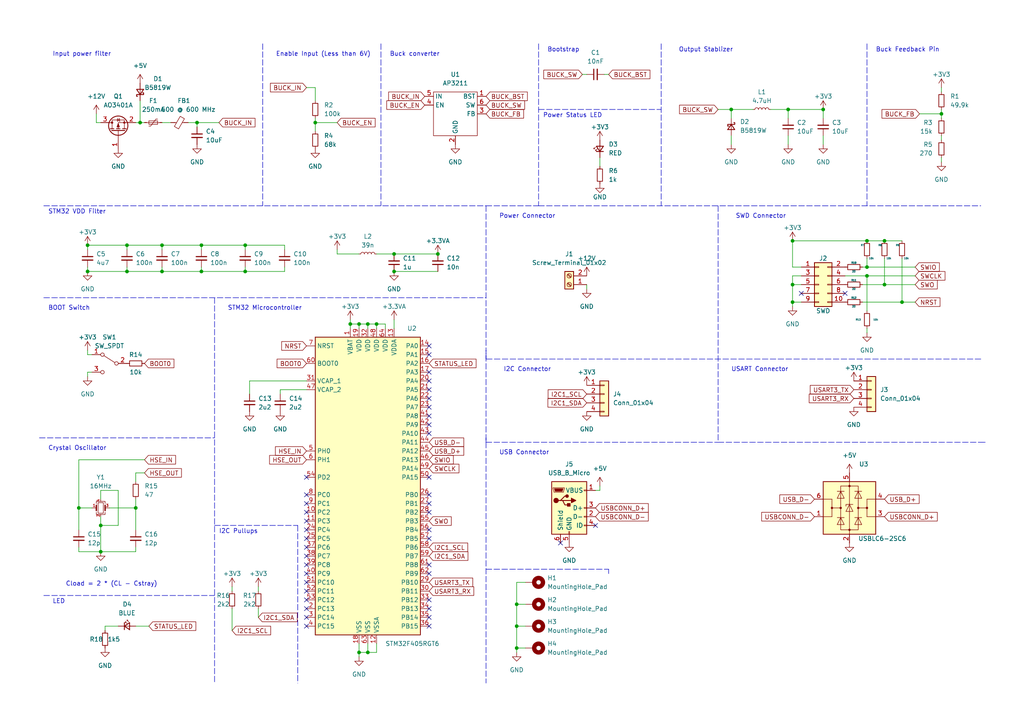
<source format=kicad_sch>
(kicad_sch (version 20211123) (generator eeschema)
  (paper "A4")
  (title_block (title "STM32F4 Test Board") (date "2022-12-23") (rev "1.0") (company "RB"))
  (lib_symbols
    (symbol "Connector:Screw_Terminal_01x02" (pin_names (offset 1.016) hide)
      (property "Reference" "J" (at 0 2.54 0))
      (property "Value" "Screw_Terminal_01x02" (at 0 -5.08 0))
      (symbol "Screw_Terminal_01x02_1_1"
        (pin passive line (at -5.08 0 0) (length 3.81) (name "Pin_1") (number "1"))
        (pin passive line (at -5.08 -2.54 0) (length 3.81) (name "Pin_2") (number "2"))
      )
    )
    (symbol "Connector:USB_B_Micro" (pin_names (offset 1.016))
      (property "Reference" "J" (at -5.08 11.43 0))
      (property "Value" "USB_B_Micro" (at -5.08 8.89 0))
      (symbol "USB_B_Micro_1_1"
        (pin power_out line (at 7.62 5.08 180) (length 2.54) (name "VBUS") (number "1"))
        (pin bidirectional line (at 7.62 -2.54 180) (length 2.54) (name "D-") (number "2"))
        (pin bidirectional line (at 7.62 0 180) (length 2.54) (name "D+") (number "3"))
        (pin passive line (at 7.62 -5.08 180) (length 2.54) (name "ID") (number "4"))
        (pin power_out line (at 0 -10.16 90) (length 2.54) (name "GND") (number "5"))
        (pin passive line (at -2.54 -10.16 90) (length 2.54) (name "Shield") (number "6"))
      )
    )
    (symbol "Connector_Generic:Conn_01x04" (pin_names (offset 1.016) hide)
      (property "Reference" "J" (at 0 5.08 0))
      (property "Value" "Conn_01x04" (at 0 -7.62 0))
      (symbol "Conn_01x04_1_1"
        (pin passive line (at -5.08 2.54 0) (length 3.81) (name "Pin_1") (number "1"))
        (pin passive line (at -5.08 0 0) (length 3.81) (name "Pin_2") (number "2"))
        (pin passive line (at -5.08 -2.54 0) (length 3.81) (name "Pin_3") (number "3"))
        (pin passive line (at -5.08 -5.08 0) (length 3.81) (name "Pin_4") (number "4"))
      )
    )
    (symbol "Connector_Generic:Conn_02x05_Odd_Even" (pin_names (offset 1.016) hide)
      (property "Reference" "J" (at 1.27 7.62 0))
      (property "Value" "Conn_02x05_Odd_Even" (at 1.27 -7.62 0))
      (symbol "Conn_02x05_Odd_Even_1_1"
        (pin passive line (at -5.08 5.08 0) (length 3.81) (name "Pin_1") (number "1"))
        (pin passive line (at 7.62 -5.08 180) (length 3.81) (name "Pin_10") (number "10"))
        (pin passive line (at 7.62 5.08 180) (length 3.81) (name "Pin_2") (number "2"))
        (pin passive line (at -5.08 2.54 0) (length 3.81) (name "Pin_3") (number "3"))
        (pin passive line (at 7.62 2.54 180) (length 3.81) (name "Pin_4") (number "4"))
        (pin passive line (at -5.08 0 0) (length 3.81) (name "Pin_5") (number "5"))
        (pin passive line (at 7.62 0 180) (length 3.81) (name "Pin_6") (number "6"))
        (pin passive line (at -5.08 -2.54 0) (length 3.81) (name "Pin_7") (number "7"))
        (pin passive line (at 7.62 -2.54 180) (length 3.81) (name "Pin_8") (number "8"))
        (pin passive line (at -5.08 -5.08 0) (length 3.81) (name "Pin_9") (number "9"))
      )
    )
    (symbol "Device:C_Small" (pin_numbers hide) (pin_names (offset 0.254) hide)
      (property "Reference" "C" (at 0.254 1.778 0))
      (property "Value" "C_Small" (at 0.254 -2.032 0))
      (symbol "C_Small_1_1"
        (pin passive line (at 0 2.54 270) (length 2.032) (name "~") (number "1"))
        (pin passive line (at 0 -2.54 90) (length 2.032) (name "~") (number "2"))
      )
    )
    (symbol "Device:Crystal_GND24_Small" (pin_names (offset 1.016) hide)
      (property "Reference" "Y" (at 1.27 4.445 0))
      (property "Value" "Crystal_GND24_Small" (at 1.27 2.54 0))
      (symbol "Crystal_GND24_Small_1_1"
        (pin passive line (at -2.54 0 0) (length 1.27) (name "1") (number "1"))
        (pin passive line (at 0 -2.54 90) (length 0.635) (name "2") (number "2"))
        (pin passive line (at 2.54 0 180) (length 1.27) (name "3") (number "3"))
        (pin passive line (at 0 2.54 270) (length 0.635) (name "4") (number "4"))
      )
    )
    (symbol "Device:D_Schottky_Small" (pin_numbers hide) (pin_names (offset 0.254) hide)
      (property "Reference" "D" (at -1.27 2.032 0))
      (property "Value" "D_Schottky_Small" (at -7.112 -2.032 0))
      (symbol "D_Schottky_Small_1_1"
        (pin passive line (at -2.54 0 0) (length 1.778) (name "K") (number "1"))
        (pin passive line (at 2.54 0 180) (length 1.778) (name "A") (number "2"))
      )
    )
    (symbol "Device:FerriteBead_Small" (pin_numbers hide) (pin_names (offset 0))
      (property "Reference" "FB" (at 1.905 1.27 0))
      (property "Value" "FerriteBead_Small" (at 1.905 -1.27 0))
      (symbol "FerriteBead_Small_1_1"
        (pin passive line (at 0 2.54 270) (length 1.27) (name "~") (number "1"))
        (pin passive line (at 0 -2.54 90) (length 1.27) (name "~") (number "2"))
      )
    )
    (symbol "Device:LED_Small" (pin_numbers hide) (pin_names (offset 0.254) hide)
      (property "Reference" "D" (at -1.27 3.175 0))
      (property "Value" "LED_Small" (at -4.445 -2.54 0))
      (symbol "LED_Small_1_1"
        (pin passive line (at -2.54 0 0) (length 1.778) (name "K") (number "1"))
        (pin passive line (at 2.54 0 180) (length 1.778) (name "A") (number "2"))
      )
    )
    (symbol "Device:L_Small" (pin_numbers hide) (pin_names (offset 0.254) hide)
      (property "Reference" "L" (at 0.762 1.016 0))
      (property "Value" "L_Small" (at 0.762 -1.016 0))
      (symbol "L_Small_1_1"
        (pin passive line (at 0 2.54 270) (length 0.508) (name "~") (number "1"))
        (pin passive line (at 0 -2.54 90) (length 0.508) (name "~") (number "2"))
      )
    )
    (symbol "Device:Polyfuse_Small" (pin_numbers hide) (pin_names (offset 0))
      (property "Reference" "F" (at -1.905 0 90))
      (property "Value" "Polyfuse_Small" (at 1.905 0 90))
      (symbol "Polyfuse_Small_1_1"
        (pin passive line (at 0 2.54 270) (length 0.635) (name "~") (number "1"))
        (pin passive line (at 0 -2.54 90) (length 0.635) (name "~") (number "2"))
      )
    )
    (symbol "Device:R_Small" (pin_numbers hide) (pin_names (offset 0.254) hide)
      (property "Reference" "R" (at 0.762 0.508 0))
      (property "Value" "R_Small" (at 0.762 -1.016 0))
      (symbol "R_Small_1_1"
        (pin passive line (at 0 2.54 270) (length 0.762) (name "~") (number "1"))
        (pin passive line (at 0 -2.54 90) (length 0.762) (name "~") (number "2"))
      )
    )
    (symbol "MCU_ST_STM32F4:STM32F405RGTx"
      (property "Reference" "U" (at -15.24 44.45 0))
      (property "Value" "STM32F405RGTx" (at 10.16 44.45 0))
      (symbol "STM32F405RGTx_1_1"
        (pin power_in line (at -5.08 45.72 270) (length 2.54) (name "VBAT") (number "1"))
        (pin bidirectional line (at -17.78 -7.62 0) (length 2.54) (name "PC2") (number "10"))
        (pin bidirectional line (at -17.78 -10.16 0) (length 2.54) (name "PC3") (number "11"))
        (pin power_in line (at 2.54 -45.72 90) (length 2.54) (name "VSSA") (number "12"))
        (pin power_in line (at 7.62 45.72 270) (length 2.54) (name "VDDA") (number "13"))
        (pin bidirectional line (at 17.78 40.64 180) (length 2.54) (name "PA0") (number "14"))
        (pin bidirectional line (at 17.78 38.1 180) (length 2.54) (name "PA1") (number "15"))
        (pin bidirectional line (at 17.78 35.56 180) (length 2.54) (name "PA2") (number "16"))
        (pin bidirectional line (at 17.78 33.02 180) (length 2.54) (name "PA3") (number "17"))
        (pin power_in line (at -2.54 -45.72 90) (length 2.54) (name "VSS") (number "18"))
        (pin power_in line (at -2.54 45.72 270) (length 2.54) (name "VDD") (number "19"))
        (pin bidirectional line (at -17.78 -35.56 0) (length 2.54) (name "PC13") (number "2"))
        (pin bidirectional line (at 17.78 30.48 180) (length 2.54) (name "PA4") (number "20"))
        (pin bidirectional line (at 17.78 27.94 180) (length 2.54) (name "PA5") (number "21"))
        (pin bidirectional line (at 17.78 25.4 180) (length 2.54) (name "PA6") (number "22"))
        (pin bidirectional line (at 17.78 22.86 180) (length 2.54) (name "PA7") (number "23"))
        (pin bidirectional line (at -17.78 -12.7 0) (length 2.54) (name "PC4") (number "24"))
        (pin bidirectional line (at -17.78 -15.24 0) (length 2.54) (name "PC5") (number "25"))
        (pin bidirectional line (at 17.78 -2.54 180) (length 2.54) (name "PB0") (number "26"))
        (pin bidirectional line (at 17.78 -5.08 180) (length 2.54) (name "PB1") (number "27"))
        (pin bidirectional line (at 17.78 -7.62 180) (length 2.54) (name "PB2") (number "28"))
        (pin bidirectional line (at 17.78 -27.94 180) (length 2.54) (name "PB10") (number "29"))
        (pin bidirectional line (at -17.78 -38.1 0) (length 2.54) (name "PC14") (number "3"))
        (pin bidirectional line (at 17.78 -30.48 180) (length 2.54) (name "PB11") (number "30"))
        (pin power_in line (at -17.78 30.48 0) (length 2.54) (name "VCAP_1") (number "31"))
        (pin power_in line (at 0 45.72 270) (length 2.54) (name "VDD") (number "32"))
        (pin bidirectional line (at 17.78 -33.02 180) (length 2.54) (name "PB12") (number "33"))
        (pin bidirectional line (at 17.78 -35.56 180) (length 2.54) (name "PB13") (number "34"))
        (pin bidirectional line (at 17.78 -38.1 180) (length 2.54) (name "PB14") (number "35"))
        (pin bidirectional line (at 17.78 -40.64 180) (length 2.54) (name "PB15") (number "36"))
        (pin bidirectional line (at -17.78 -17.78 0) (length 2.54) (name "PC6") (number "37"))
        (pin bidirectional line (at -17.78 -20.32 0) (length 2.54) (name "PC7") (number "38"))
        (pin bidirectional line (at -17.78 -22.86 0) (length 2.54) (name "PC8") (number "39"))
        (pin bidirectional line (at -17.78 -40.64 0) (length 2.54) (name "PC15") (number "4"))
        (pin bidirectional line (at -17.78 -25.4 0) (length 2.54) (name "PC9") (number "40"))
        (pin bidirectional line (at 17.78 20.32 180) (length 2.54) (name "PA8") (number "41"))
        (pin bidirectional line (at 17.78 17.78 180) (length 2.54) (name "PA9") (number "42"))
        (pin bidirectional line (at 17.78 15.24 180) (length 2.54) (name "PA10") (number "43"))
        (pin bidirectional line (at 17.78 12.7 180) (length 2.54) (name "PA11") (number "44"))
        (pin bidirectional line (at 17.78 10.16 180) (length 2.54) (name "PA12") (number "45"))
        (pin bidirectional line (at 17.78 7.62 180) (length 2.54) (name "PA13") (number "46"))
        (pin power_in line (at -17.78 27.94 0) (length 2.54) (name "VCAP_2") (number "47"))
        (pin power_in line (at 2.54 45.72 270) (length 2.54) (name "VDD") (number "48"))
        (pin bidirectional line (at 17.78 5.08 180) (length 2.54) (name "PA14") (number "49"))
        (pin input line (at -17.78 10.16 0) (length 2.54) (name "PH0") (number "5"))
        (pin bidirectional line (at 17.78 2.54 180) (length 2.54) (name "PA15") (number "50"))
        (pin bidirectional line (at -17.78 -27.94 0) (length 2.54) (name "PC10") (number "51"))
        (pin bidirectional line (at -17.78 -30.48 0) (length 2.54) (name "PC11") (number "52"))
        (pin bidirectional line (at -17.78 -33.02 0) (length 2.54) (name "PC12") (number "53"))
        (pin bidirectional line (at -17.78 2.54 0) (length 2.54) (name "PD2") (number "54"))
        (pin bidirectional line (at 17.78 -10.16 180) (length 2.54) (name "PB3") (number "55"))
        (pin bidirectional line (at 17.78 -12.7 180) (length 2.54) (name "PB4") (number "56"))
        (pin bidirectional line (at 17.78 -15.24 180) (length 2.54) (name "PB5") (number "57"))
        (pin bidirectional line (at 17.78 -17.78 180) (length 2.54) (name "PB6") (number "58"))
        (pin bidirectional line (at 17.78 -20.32 180) (length 2.54) (name "PB7") (number "59"))
        (pin input line (at -17.78 7.62 0) (length 2.54) (name "PH1") (number "6"))
        (pin input line (at -17.78 35.56 0) (length 2.54) (name "BOOT0") (number "60"))
        (pin bidirectional line (at 17.78 -22.86 180) (length 2.54) (name "PB8") (number "61"))
        (pin bidirectional line (at 17.78 -25.4 180) (length 2.54) (name "PB9") (number "62"))
        (pin power_in line (at 0 -45.72 90) (length 2.54) (name "VSS") (number "63"))
        (pin power_in line (at 5.08 45.72 270) (length 2.54) (name "VDD") (number "64"))
        (pin input line (at -17.78 40.64 0) (length 2.54) (name "NRST") (number "7"))
        (pin bidirectional line (at -17.78 -2.54 0) (length 2.54) (name "PC0") (number "8"))
        (pin bidirectional line (at -17.78 -5.08 0) (length 2.54) (name "PC1") (number "9"))
      )
    )
    (symbol "Mechanical:MountingHole_Pad" (pin_numbers hide) (pin_names (offset 1.016) hide)
      (property "Reference" "H" (at 0 6.35 0))
      (property "Value" "MountingHole_Pad" (at 0 4.445 0))
      (symbol "MountingHole_Pad_1_1"
        (pin input line (at 0 -2.54 90) (length 2.54) (name "1") (number "1"))
      )
    )
    (symbol "PhilsLibrary:MP2359DJ-LF-Z"
      (property "Reference" "U" (at 2.54 5.08 0))
      (property "Value" "MP2359DJ-LF-Z" (at 2.54 2.54 0))
      (symbol "MP2359DJ-LF-Z_1_1"
        (pin input line (at 11.43 -1.27 180) (length 2.54) (name "BST") (number "1"))
        (pin input line (at 2.54 -15.24 90) (length 2.54) (name "GND") (number "2"))
        (pin input line (at 11.43 -6.35 180) (length 2.54) (name "FB") (number "3"))
        (pin input line (at -6.35 -3.81 0) (length 2.54) (name "EN") (number "4"))
        (pin input line (at -6.35 -1.27 0) (length 2.54) (name "IN") (number "5"))
        (pin input line (at 11.43 -3.81 180) (length 2.54) (name "SW") (number "6"))
      )
    )
    (symbol "Power_Protection:USBLC6-2SC6" (pin_names hide)
      (property "Reference" "U" (at 2.54 8.89 0))
      (property "Value" "USBLC6-2SC6" (at 2.54 -8.89 0))
      (symbol "USBLC6-2SC6_1_1"
        (pin passive line (at -10.16 -2.54 0) (length 2.54) (name "I/O1") (number "1"))
        (pin passive line (at 0 -10.16 90) (length 2.54) (name "GND") (number "2"))
        (pin passive line (at 10.16 -2.54 180) (length 2.54) (name "I/O2") (number "3"))
        (pin passive line (at 10.16 2.54 180) (length 2.54) (name "I/O2") (number "4"))
        (pin passive line (at 0 10.16 270) (length 2.54) (name "VBUS") (number "5"))
        (pin passive line (at -10.16 2.54 0) (length 2.54) (name "I/O1") (number "6"))
      )
    )
    (symbol "Switch:SW_SPDT" (pin_names (offset 0) hide)
      (property "Reference" "SW" (at 0 4.318 0))
      (property "Value" "SW_SPDT" (at 0 -5.08 0))
      (symbol "SW_SPDT_1_1"
        (pin passive line (at 5.08 2.54 180) (length 2.54) (name "A") (number "1"))
        (pin passive line (at -5.08 0 0) (length 2.54) (name "B") (number "2"))
        (pin passive line (at 5.08 -2.54 180) (length 2.54) (name "C") (number "3"))
      )
    )
    (symbol "Transistor_FET:AO3401A" (pin_names hide)
      (property "Reference" "Q" (at 5.08 1.905 0))
      (property "Value" "AO3401A" (at 5.08 0 0))
      (symbol "AO3401A_1_1"
        (pin input line (at -5.08 0 0) (length 2.54) (name "G") (number "1"))
        (pin passive line (at 2.54 -5.08 90) (length 2.54) (name "S") (number "2"))
        (pin passive line (at 2.54 5.08 270) (length 2.54) (name "D") (number "3"))
      )
    )
    (symbol "power:+12V" (power) (pin_names (offset 0))
      (property "Value" "+12V" (at 0 3.556 0))
      (symbol "+12V_1_1"
        (pin power_in line (at 0 0 90) (length 0) hide (name "+12V") (number "1"))
      )
    )
    (symbol "power:+3.3VA" (power) (pin_names (offset 0))
      (property "Value" "+3.3VA" (at 0 3.556 0))
      (symbol "+3.3VA_1_1"
        (pin power_in line (at 0 0 90) (length 0) hide (name "+3.3VA") (number "1"))
      )
    )
    (symbol "power:+3V3" (power) (pin_names (offset 0))
      (property "Value" "+3V3" (at 0 3.556 0))
      (symbol "+3V3_1_1"
        (pin power_in line (at 0 0 90) (length 0) hide (name "+3V3") (number "1"))
      )
    )
    (symbol "power:+5V" (power) (pin_names (offset 0))
      (property "Value" "+5V" (at 0 3.556 0))
      (symbol "+5V_1_1"
        (pin power_in line (at 0 0 90) (length 0) hide (name "+5V") (number "1"))
      )
    )
    (symbol "power:GND" (power) (pin_names (offset 0))
      (property "Value" "GND" (at 0 -3.81 0))
      (symbol "GND_1_1"
        (pin power_in line (at 0 0 270) (length 0) hide (name "GND") (number "1"))
      )
    )
  )
  (junction (at 229.87 82.55))
  (junction (at 36.83 71.12))
  (junction (at 106.68 189.23))
  (junction (at 58.42 78.74))
  (junction (at 149.86 187.96))
  (junction (at 256.54 69.85))
  (junction (at 91.44 35.56))
  (junction (at 46.99 71.12))
  (junction (at 149.86 181.61))
  (junction (at 251.46 69.85))
  (junction (at 101.6 93.98))
  (junction (at 149.86 175.26))
  (junction (at 114.3 78.74))
  (junction (at 22.86 147.32))
  (junction (at 212.09 31.75))
  (junction (at 228.6 31.75))
  (junction (at 229.87 69.85))
  (junction (at 229.87 87.63))
  (junction (at 25.4 71.12))
  (junction (at 40.64 35.56))
  (junction (at 29.21 152.4))
  (junction (at 39.37 147.32))
  (junction (at 25.4 78.74))
  (junction (at 238.76 31.75))
  (junction (at 109.22 93.98))
  (junction (at 58.42 71.12))
  (junction (at 71.12 78.74))
  (junction (at 57.15 35.56))
  (junction (at 104.14 189.23))
  (junction (at 273.05 33.02))
  (junction (at 251.46 77.47))
  (junction (at 251.46 80.01))
  (junction (at 127 73.66))
  (junction (at 256.54 82.55))
  (junction (at 46.99 78.74))
  (junction (at 29.21 160.02))
  (junction (at 114.3 73.66))
  (junction (at 261.62 87.63))
  (junction (at 104.14 93.98))
  (junction (at 71.12 71.12))
  (junction (at 106.68 93.98))
  (junction (at 36.83 78.74))
  (no_connect (at 88.9 163.83))
  (no_connect (at 124.46 118.11))
  (no_connect (at 232.41 85.09))
  (no_connect (at 172.72 152.4))
  (no_connect (at 88.9 156.21))
  (no_connect (at 88.9 143.51))
  (no_connect (at 88.9 181.61))
  (no_connect (at 88.9 158.75))
  (no_connect (at 88.9 168.91))
  (no_connect (at 88.9 176.53))
  (no_connect (at 124.46 100.33))
  (no_connect (at 88.9 151.13))
  (no_connect (at 88.9 166.37))
  (no_connect (at 124.46 138.43))
  (no_connect (at 124.46 107.95))
  (no_connect (at 124.46 120.65))
  (no_connect (at 88.9 153.67))
  (no_connect (at 124.46 102.87))
  (no_connect (at 124.46 123.19))
  (no_connect (at 88.9 171.45))
  (no_connect (at 245.11 85.09))
  (no_connect (at 124.46 110.49))
  (no_connect (at 88.9 173.99))
  (no_connect (at 88.9 148.59))
  (no_connect (at 88.9 161.29))
  (no_connect (at 88.9 179.07))
  (no_connect (at 88.9 146.05))
  (no_connect (at 124.46 115.57))
  (no_connect (at 124.46 181.61))
  (no_connect (at 124.46 176.53))
  (no_connect (at 124.46 173.99))
  (no_connect (at 124.46 179.07))
  (no_connect (at 124.46 163.83))
  (no_connect (at 124.46 156.21))
  (no_connect (at 124.46 148.59))
  (no_connect (at 88.9 138.43))
  (no_connect (at 124.46 166.37))
  (no_connect (at 124.46 153.67))
  (no_connect (at 124.46 146.05))
  (no_connect (at 124.46 143.51))
  (no_connect (at 162.56 157.48))
  (no_connect (at 124.46 125.73))
  (no_connect (at 124.46 113.03))
  (wire (pts (xy 71.12 77.47) (xy 71.12 78.74)))
  (wire (pts (xy 256.54 74.93) (xy 256.54 82.55)))
  (polyline (pts (xy 140.97 59.69) (xy 140.97 198.12)))
  (polyline (pts (xy 11.43 127) (xy 62.23 127)))
  (wire (pts (xy 109.22 186.69) (xy 109.22 189.23)))
  (polyline (pts (xy 156.21 12.7) (xy 156.21 59.69)))
  (wire (pts (xy 261.62 74.93) (xy 261.62 87.63)))
  (polyline (pts (xy 176.53 165.1) (xy 176.53 166.37)))
  (wire (pts (xy 58.42 77.47) (xy 58.42 78.74)))
  (polyline (pts (xy 76.2 12.7) (xy 76.2 59.69)))
  (polyline (pts (xy 208.28 59.69) (xy 208.28 128.27)))
  (wire (pts (xy 31.75 147.32) (xy 39.37 147.32)))
  (polyline (pts (xy 156.21 31.75) (xy 191.77 31.75)))
  (wire (pts (xy 39.37 137.16) (xy 41.91 137.16)))
  (wire (pts (xy 208.28 31.75) (xy 212.09 31.75)))
  (wire (pts (xy 46.99 78.74) (xy 58.42 78.74)))
  (wire (pts (xy 30.48 181.61) (xy 34.29 181.61)))
  (wire (pts (xy 212.09 31.75) (xy 218.44 31.75)))
  (wire (pts (xy 256.54 69.85) (xy 261.62 69.85)))
  (wire (pts (xy 172.72 142.24) (xy 173.99 142.24)))
  (wire (pts (xy 273.05 33.02) (xy 273.05 34.29)))
  (wire (pts (xy 71.12 78.74) (xy 82.55 78.74)))
  (wire (pts (xy 149.86 181.61) (xy 149.86 187.96)))
  (wire (pts (xy 228.6 31.75) (xy 238.76 31.75)))
  (wire (pts (xy 72.39 114.3) (xy 72.39 110.49)))
  (wire (pts (xy 273.05 31.75) (xy 273.05 33.02)))
  (wire (pts (xy 273.05 45.72) (xy 273.05 46.99)))
  (polyline (pts (xy 86.36 152.4) (xy 86.36 198.12)))
  (wire (pts (xy 36.83 71.12) (xy 46.99 71.12)))
  (wire (pts (xy 106.68 93.98) (xy 109.22 93.98)))
  (wire (pts (xy 261.62 87.63) (xy 265.43 87.63)))
  (wire (pts (xy 27.94 33.02) (xy 27.94 35.56)))
  (wire (pts (xy 25.4 78.74) (xy 36.83 78.74)))
  (wire (pts (xy 111.76 95.25) (xy 111.76 93.98)))
  (wire (pts (xy 82.55 71.12) (xy 82.55 72.39)))
  (wire (pts (xy 22.86 133.35) (xy 41.91 133.35)))
  (wire (pts (xy 58.42 78.74) (xy 71.12 78.74)))
  (wire (pts (xy 22.86 158.75) (xy 22.86 160.02)))
  (wire (pts (xy 29.21 142.24) (xy 34.29 142.24)))
  (wire (pts (xy 71.12 71.12) (xy 82.55 71.12)))
  (wire (pts (xy 232.41 87.63) (xy 229.87 87.63)))
  (wire (pts (xy 40.64 29.21) (xy 40.64 35.56)))
  (wire (pts (xy 82.55 78.74) (xy 82.55 77.47)))
  (wire (pts (xy 54.61 35.56) (xy 57.15 35.56)))
  (wire (pts (xy 39.37 35.56) (xy 40.64 35.56)))
  (polyline (pts (xy 140.97 104.14) (xy 140.97 101.6)))
  (polyline (pts (xy 62.23 86.36) (xy 62.23 198.12)))
  (wire (pts (xy 232.41 77.47) (xy 229.87 77.47)))
  (wire (pts (xy 250.19 87.63) (xy 261.62 87.63)))
  (polyline (pts (xy 284.48 104.14) (xy 140.97 104.14)))
  (wire (pts (xy 106.68 95.25) (xy 106.68 93.98)))
  (wire (pts (xy 81.28 113.03) (xy 88.9 113.03)))
  (wire (pts (xy 104.14 93.98) (xy 106.68 93.98)))
  (wire (pts (xy 72.39 110.49) (xy 88.9 110.49)))
  (wire (pts (xy 114.3 73.66) (xy 127 73.66)))
  (wire (pts (xy 114.3 92.71) (xy 114.3 95.25)))
  (wire (pts (xy 109.22 189.23) (xy 106.68 189.23)))
  (wire (pts (xy 109.22 93.98) (xy 111.76 93.98)))
  (wire (pts (xy 273.05 33.02) (xy 266.7 33.02)))
  (wire (pts (xy 25.4 102.87) (xy 25.4 101.6)))
  (wire (pts (xy 170.18 82.55) (xy 170.18 83.82)))
  (wire (pts (xy 46.99 77.47) (xy 46.99 78.74)))
  (wire (pts (xy 152.4 181.61) (xy 149.86 181.61)))
  (wire (pts (xy 71.12 71.12) (xy 71.12 72.39)))
  (wire (pts (xy 229.87 82.55) (xy 229.87 87.63)))
  (polyline (pts (xy 208.28 128.27) (xy 285.75 128.27)))
  (polyline (pts (xy 284.48 128.27) (xy 285.75 128.27)))
  (wire (pts (xy 39.37 139.7) (xy 39.37 137.16)))
  (polyline (pts (xy 12.7 59.69) (xy 140.97 59.69)))
  (wire (pts (xy 251.46 95.25) (xy 251.46 96.52)))
  (wire (pts (xy 81.28 114.3) (xy 81.28 113.03)))
  (polyline (pts (xy 140.97 128.27) (xy 208.28 128.27)))
  (wire (pts (xy 39.37 147.32) (xy 39.37 153.67)))
  (wire (pts (xy 22.86 147.32) (xy 22.86 133.35)))
  (wire (pts (xy 22.86 160.02) (xy 29.21 160.02)))
  (wire (pts (xy 228.6 39.37) (xy 228.6 41.91)))
  (wire (pts (xy 228.6 31.75) (xy 228.6 34.29)))
  (wire (pts (xy 97.79 72.39) (xy 97.79 73.66)))
  (wire (pts (xy 58.42 71.12) (xy 58.42 72.39)))
  (wire (pts (xy 26.67 102.87) (xy 25.4 102.87)))
  (wire (pts (xy 232.41 80.01) (xy 229.87 80.01)))
  (wire (pts (xy 29.21 149.86) (xy 29.21 152.4)))
  (wire (pts (xy 106.68 186.69) (xy 106.68 189.23)))
  (wire (pts (xy 25.4 71.12) (xy 25.4 72.39)))
  (wire (pts (xy 39.37 181.61) (xy 43.18 181.61)))
  (wire (pts (xy 251.46 74.93) (xy 251.46 77.47)))
  (wire (pts (xy 57.15 35.56) (xy 63.5 35.56)))
  (polyline (pts (xy 140.97 59.69) (xy 156.21 59.69)))
  (wire (pts (xy 273.05 39.37) (xy 273.05 40.64)))
  (wire (pts (xy 104.14 93.98) (xy 101.6 93.98)))
  (wire (pts (xy 251.46 80.01) (xy 265.43 80.01)))
  (wire (pts (xy 256.54 82.55) (xy 265.43 82.55)))
  (wire (pts (xy 149.86 175.26) (xy 149.86 181.61)))
  (wire (pts (xy 168.91 21.59) (xy 170.18 21.59)))
  (wire (pts (xy 251.46 77.47) (xy 265.43 77.47)))
  (wire (pts (xy 39.37 160.02) (xy 29.21 160.02)))
  (wire (pts (xy 91.44 25.4) (xy 91.44 29.21)))
  (wire (pts (xy 250.19 77.47) (xy 251.46 77.47)))
  (wire (pts (xy 104.14 186.69) (xy 104.14 189.23)))
  (wire (pts (xy 109.22 95.25) (xy 109.22 93.98)))
  (wire (pts (xy 104.14 189.23) (xy 104.14 190.5)))
  (wire (pts (xy 149.86 187.96) (xy 149.86 189.23)))
  (wire (pts (xy 25.4 77.47) (xy 25.4 78.74)))
  (wire (pts (xy 238.76 39.37) (xy 238.76 41.91)))
  (polyline (pts (xy 110.49 12.7) (xy 110.49 59.69)))
  (polyline (pts (xy 62.23 152.4) (xy 86.36 152.4)))
  (wire (pts (xy 67.31 170.18) (xy 67.31 171.45)))
  (wire (pts (xy 212.09 39.37) (xy 212.09 41.91)))
  (wire (pts (xy 273.05 25.4) (xy 273.05 26.67)))
  (wire (pts (xy 104.14 95.25) (xy 104.14 93.98)))
  (wire (pts (xy 229.87 69.85) (xy 251.46 69.85)))
  (wire (pts (xy 223.52 31.75) (xy 228.6 31.75)))
  (polyline (pts (xy 140.97 165.1) (xy 176.53 165.1)))
  (wire (pts (xy 25.4 107.95) (xy 25.4 109.22)))
  (wire (pts (xy 74.93 176.53) (xy 74.93 179.07)))
  (wire (pts (xy 40.64 35.56) (xy 41.91 35.56)))
  (wire (pts (xy 26.67 107.95) (xy 25.4 107.95)))
  (wire (pts (xy 46.99 71.12) (xy 46.99 72.39)))
  (wire (pts (xy 109.22 73.66) (xy 114.3 73.66)))
  (wire (pts (xy 25.4 71.12) (xy 36.83 71.12)))
  (wire (pts (xy 173.99 142.24) (xy 173.99 140.97)))
  (wire (pts (xy 97.79 73.66) (xy 104.14 73.66)))
  (wire (pts (xy 245.11 80.01) (xy 251.46 80.01)))
  (wire (pts (xy 149.86 168.91) (xy 152.4 168.91)))
  (wire (pts (xy 88.9 25.4) (xy 91.44 25.4)))
  (wire (pts (xy 29.21 152.4) (xy 34.29 152.4)))
  (wire (pts (xy 101.6 93.98) (xy 101.6 95.25)))
  (wire (pts (xy 22.86 147.32) (xy 22.86 153.67)))
  (wire (pts (xy 251.46 69.85) (xy 256.54 69.85)))
  (wire (pts (xy 67.31 176.53) (xy 67.31 182.88)))
  (wire (pts (xy 250.19 82.55) (xy 256.54 82.55)))
  (wire (pts (xy 175.26 21.59) (xy 176.53 21.59)))
  (wire (pts (xy 106.68 189.23) (xy 104.14 189.23)))
  (wire (pts (xy 46.99 71.12) (xy 58.42 71.12)))
  (wire (pts (xy 238.76 31.75) (xy 238.76 34.29)))
  (wire (pts (xy 39.37 158.75) (xy 39.37 160.02)))
  (wire (pts (xy 29.21 152.4) (xy 29.21 160.02)))
  (wire (pts (xy 101.6 92.71) (xy 101.6 93.98)))
  (wire (pts (xy 149.86 187.96) (xy 152.4 187.96)))
  (wire (pts (xy 34.29 142.24) (xy 34.29 152.4)))
  (wire (pts (xy 91.44 34.29) (xy 91.44 35.56)))
  (wire (pts (xy 58.42 71.12) (xy 71.12 71.12)))
  (wire (pts (xy 36.83 77.47) (xy 36.83 78.74)))
  (wire (pts (xy 212.09 31.75) (xy 212.09 34.29)))
  (wire (pts (xy 229.87 69.85) (xy 229.87 77.47)))
  (wire (pts (xy 91.44 35.56) (xy 97.79 35.56)))
  (polyline (pts (xy 191.77 12.7) (xy 191.77 59.69)))
  (wire (pts (xy 36.83 71.12) (xy 36.83 72.39)))
  (wire (pts (xy 173.99 45.72) (xy 173.99 48.26)))
  (wire (pts (xy 149.86 175.26) (xy 152.4 175.26)))
  (wire (pts (xy 39.37 147.32) (xy 39.37 144.78)))
  (wire (pts (xy 114.3 78.74) (xy 127 78.74)))
  (wire (pts (xy 229.87 87.63) (xy 229.87 88.9)))
  (wire (pts (xy 29.21 144.78) (xy 29.21 142.24)))
  (wire (pts (xy 251.46 80.01) (xy 251.46 90.17)))
  (wire (pts (xy 232.41 82.55) (xy 229.87 82.55)))
  (wire (pts (xy 26.67 147.32) (xy 22.86 147.32)))
  (wire (pts (xy 149.86 175.26) (xy 149.86 168.91)))
  (wire (pts (xy 30.48 181.61) (xy 30.48 182.88)))
  (polyline (pts (xy 156.21 59.69) (xy 284.48 59.69)))
  (wire (pts (xy 36.83 78.74) (xy 46.99 78.74)))
  (polyline (pts (xy 12.7 172.72) (xy 62.23 172.72)))
  (wire (pts (xy 57.15 35.56) (xy 57.15 36.83)))
  (wire (pts (xy 27.94 35.56) (xy 29.21 35.56)))
  (polyline (pts (xy 12.7 86.36) (xy 140.97 86.36)))
  (wire (pts (xy 91.44 35.56) (xy 91.44 38.1)))
  (polyline (pts (xy 251.46 12.7) (xy 251.46 59.69)))
  (wire (pts (xy 46.99 35.56) (xy 49.53 35.56)))
  (wire (pts (xy 229.87 80.01) (xy 229.87 82.55)))
  (wire (pts (xy 74.93 170.18) (xy 74.93 171.45)))
  (polyline (pts (xy 140.97 128.27) (xy 140.97 127)))
  (text "STM32 VDD Filter" (at 13.97 62.23 0) (effects (font (size 1.27 1.27)) (justify left bottom)))
  (text "Cload = 2 * (CL - Cstray)" (at 19.05 170.18 0) (effects (font (size 1.27 1.27)) (justify left bottom)))
  (text "I2C Pullups" (at 63.5 154.94 0) (effects (font (size 1.27 1.27)) (justify left bottom)))
  (text "STM32 Microcontroller" (at 66.04 90.17 0) (effects (font (size 1.27 1.27)) (justify left bottom)))
  (text "Input power filter" (at 15.24 16.51 0) (effects (font (size 1.27 1.27)) (justify left bottom)))
  (text "USART Connector" (at 212.09 107.95 0) (effects (font (size 1.27 1.27)) (justify left bottom)))
  (text "I2C Connector" (at 146.05 107.95 0) (effects (font (size 1.27 1.27)) (justify left bottom)))
  (text "Crystal Oscillator" (at 13.97 130.81 0) (effects (font (size 1.27 1.27)) (justify left bottom)))
  (text "SWD Connector" (at 213.36 63.5 0) (effects (font (size 1.27 1.27)) (justify left bottom)))
  (text "Buck Feedback Pin" (at 254 15.24 0) (effects (font (size 1.27 1.27)) (justify left bottom)))
  (text "Buck converter" (at 113.03 16.51 0) (effects (font (size 1.27 1.27)) (justify left bottom)))
  (text "Power Status LED" (at 157.48 34.29 0) (effects (font (size 1.27 1.27)) (justify left bottom)))
  (text "Output Stablizer" (at 196.85 15.24 0) (effects (font (size 1.27 1.27)) (justify left bottom)))
  (text "Bootstrap" (at 158.75 15.24 0) (effects (font (size 1.27 1.27)) (justify left bottom)))
  (text "LED" (at 15.24 175.26 0) (effects (font (size 1.27 1.27)) (justify left bottom)))
  (text "Enable Input (Less than 6V)" (at 80.01 16.51 0) (effects (font (size 1.27 1.27)) (justify left bottom)))
  (text "USB Connector" (at 144.78 132.08 0) (effects (font (size 1.27 1.27)) (justify left bottom)))
  (text "Power Connector" (at 144.78 63.5 0) (effects (font (size 1.27 1.27)) (justify left bottom)))
  (text "BOOT Switch" (at 13.97 90.17 0) (effects (font (size 1.27 1.27)) (justify left bottom)))
  (global_label "I2C1_SCL" (shape input) (at 67.31 182.88 0) (property "Intersheet References" "${INTERSHEET_REFS}" (effects hide)))
  (global_label "SWIO" (shape input) (at 124.46 133.35 0) (property "Intersheet References" "${INTERSHEET_REFS}" (effects hide)))
  (global_label "USBCONN_D-" (shape input) (at 236.22 149.86 180) (property "Intersheet References" "${INTERSHEET_REFS}" (effects hide)))
  (global_label "BUCK_IN" (shape input) (at 63.5 35.56 0) (property "Intersheet References" "${INTERSHEET_REFS}" (effects hide)))
  (global_label "USB_D-" (shape input) (at 236.22 144.78 180) (property "Intersheet References" "${INTERSHEET_REFS}" (effects hide)))
  (global_label "BUCK_BST" (shape input) (at 176.53 21.59 0) (property "Intersheet References" "${INTERSHEET_REFS}" (effects hide)))
  (global_label "BUCK_SW" (shape input) (at 208.28 31.75 180) (property "Intersheet References" "${INTERSHEET_REFS}" (effects hide)))
  (global_label "USBCONN_D+" (shape input) (at 256.54 149.86 0) (property "Intersheet References" "${INTERSHEET_REFS}" (effects hide)))
  (global_label "HSE_IN" (shape input) (at 88.9 130.81 180) (property "Intersheet References" "${INTERSHEET_REFS}" (effects hide)))
  (global_label "USART3_RX" (shape input) (at 247.65 115.57 180) (property "Intersheet References" "${INTERSHEET_REFS}" (effects hide)))
  (global_label "USBCONN_D-" (shape input) (at 172.72 149.86 0) (property "Intersheet References" "${INTERSHEET_REFS}" (effects hide)))
  (global_label "BUCK_EN" (shape input) (at 123.19 30.48 180) (property "Intersheet References" "${INTERSHEET_REFS}" (effects hide)))
  (global_label "HSE_OUT" (shape input) (at 41.91 137.16 0) (property "Intersheet References" "${INTERSHEET_REFS}" (effects hide)))
  (global_label "STATUS_LED" (shape input) (at 124.46 105.41 0) (property "Intersheet References" "${INTERSHEET_REFS}" (effects hide)))
  (global_label "HSE_OUT" (shape input) (at 88.9 133.35 180) (property "Intersheet References" "${INTERSHEET_REFS}" (effects hide)))
  (global_label "STATUS_LED" (shape input) (at 43.18 181.61 0) (property "Intersheet References" "${INTERSHEET_REFS}" (effects hide)))
  (global_label "BOOT0" (shape input) (at 41.91 105.41 0) (property "Intersheet References" "${INTERSHEET_REFS}" (effects hide)))
  (global_label "BUCK_IN" (shape input) (at 123.19 27.94 180) (property "Intersheet References" "${INTERSHEET_REFS}" (effects hide)))
  (global_label "SWCLK" (shape input) (at 265.43 80.01 0) (property "Intersheet References" "${INTERSHEET_REFS}" (effects hide)))
  (global_label "BUCK_BST" (shape input) (at 140.97 27.94 0) (property "Intersheet References" "${INTERSHEET_REFS}" (effects hide)))
  (global_label "USB_D+" (shape input) (at 256.54 144.78 0) (property "Intersheet References" "${INTERSHEET_REFS}" (effects hide)))
  (global_label "SWIO" (shape input) (at 265.43 77.47 0) (property "Intersheet References" "${INTERSHEET_REFS}" (effects hide)))
  (global_label "HSE_IN" (shape input) (at 41.91 133.35 0) (property "Intersheet References" "${INTERSHEET_REFS}" (effects hide)))
  (global_label "I2C1_SCL" (shape input) (at 170.18 114.3 180) (property "Intersheet References" "${INTERSHEET_REFS}" (effects hide)))
  (global_label "USART3_TX" (shape input) (at 247.65 113.03 180) (property "Intersheet References" "${INTERSHEET_REFS}" (effects hide)))
  (global_label "USB_D-" (shape input) (at 124.46 128.27 0) (property "Intersheet References" "${INTERSHEET_REFS}" (effects hide)))
  (global_label "BUCK_FB" (shape input) (at 140.97 33.02 0) (property "Intersheet References" "${INTERSHEET_REFS}" (effects hide)))
  (global_label "BUCK_IN" (shape input) (at 88.9 25.4 180) (property "Intersheet References" "${INTERSHEET_REFS}" (effects hide)))
  (global_label "SWCLK" (shape input) (at 124.46 135.89 0) (property "Intersheet References" "${INTERSHEET_REFS}" (effects hide)))
  (global_label "BUCK_FB" (shape input) (at 266.7 33.02 180) (property "Intersheet References" "${INTERSHEET_REFS}" (effects hide)))
  (global_label "USART3_RX" (shape input) (at 124.46 171.45 0) (property "Intersheet References" "${INTERSHEET_REFS}" (effects hide)))
  (global_label "SWO" (shape input) (at 124.46 151.13 0) (property "Intersheet References" "${INTERSHEET_REFS}" (effects hide)))
  (global_label "BOOT0" (shape input) (at 88.9 105.41 180) (property "Intersheet References" "${INTERSHEET_REFS}" (effects hide)))
  (global_label "USBCONN_D+" (shape input) (at 172.72 147.32 0) (property "Intersheet References" "${INTERSHEET_REFS}" (effects hide)))
  (global_label "I2C1_SDA" (shape input) (at 124.46 161.29 0) (property "Intersheet References" "${INTERSHEET_REFS}" (effects hide)))
  (global_label "USB_D+" (shape input) (at 124.46 130.81 0) (property "Intersheet References" "${INTERSHEET_REFS}" (effects hide)))
  (global_label "I2C1_SDA" (shape input) (at 74.93 179.07 0) (property "Intersheet References" "${INTERSHEET_REFS}" (effects hide)))
  (global_label "NRST" (shape input) (at 265.43 87.63 0) (property "Intersheet References" "${INTERSHEET_REFS}" (effects hide)))
  (global_label "BUCK_SW" (shape input) (at 140.97 30.48 0) (property "Intersheet References" "${INTERSHEET_REFS}" (effects hide)))
  (global_label "I2C1_SDA" (shape input) (at 170.18 116.84 180) (property "Intersheet References" "${INTERSHEET_REFS}" (effects hide)))
  (global_label "I2C1_SCL" (shape input) (at 124.46 158.75 0) (property "Intersheet References" "${INTERSHEET_REFS}" (effects hide)))
  (global_label "NRST" (shape input) (at 88.9 100.33 180) (property "Intersheet References" "${INTERSHEET_REFS}" (effects hide)))
  (global_label "BUCK_SW" (shape input) (at 168.91 21.59 180) (property "Intersheet References" "${INTERSHEET_REFS}" (effects hide)))
  (global_label "BUCK_EN" (shape input) (at 97.79 35.56 0) (property "Intersheet References" "${INTERSHEET_REFS}" (effects hide)))
  (global_label "SWO" (shape input) (at 265.43 82.55 0) (property "Intersheet References" "${INTERSHEET_REFS}" (effects hide)))
  (global_label "USART3_TX" (shape input) (at 124.46 168.91 0) (property "Intersheet References" "${INTERSHEET_REFS}" (effects hide)))
  (symbol (lib_id "Device:C_Small") (at 57.15 39.37 0) (unit 1)
    (property "Reference" "C4" (at 59.69 38.1062 0) (effects (justify left)))
    (property "Value" "10uF" (at 59.69 40.6462 0) (effects (justify left)))
    (property "Footprint" "Capacitor_SMD:C_1206_3216Metric" (effects hide))
    (property "Datasheet" "https://datasheet.lcsc.com/lcsc/1810271633_FH--Guangdong-Fenghua-Advanced-Tech-1206B106K100NT_C165101.pdf" (effects hide))
    (property "LCSC Part #" "C165101" (effects hide))
  )
  (symbol (lib_id "power:+5V") (at 246.38 137.16 0) (unit 1)
    (property "Reference" "#PWR0102" (effects hide))
    (property "Value" "+5V" (at 246.38 132.08 0))
  )
  (symbol (lib_id "power:GND") (at 25.4 109.22 0) (mirror y) (unit 1)
    (property "Reference" "#PWR028" (effects hide))
    (property "Value" "GND" (at 25.4 114.3 0))
  )
  (symbol (lib_id "power:GND") (at 114.3 78.74 0) (unit 1)
    (property "Reference" "#PWR020" (effects hide))
    (property "Value" "GND" (at 114.3 83.82 0))
  )
  (symbol (lib_id "Device:R_Small") (at 173.99 50.8 0) (mirror y) (unit 1)
    (property "Reference" "R6" (at 176.53 49.5299 0) (effects (justify right)))
    (property "Value" "1k" (at 176.53 52.0699 0) (effects (justify right)))
    (property "Footprint" "Resistor_SMD:R_0603_1608Metric" (effects hide))
    (property "LCSC Part #" "C216905" (effects hide))
  )
  (symbol (lib_id "power:GND") (at 251.46 96.52 0) (unit 1)
    (property "Reference" "#PWR026" (effects hide))
    (property "Value" "GND" (at 251.46 101.6 0))
  )
  (symbol (lib_id "power:+3V3") (at 25.4 71.12 0) (unit 1)
    (property "Reference" "#PWR016" (effects hide))
    (property "Value" "+3V3" (at 25.4 67.31 0))
  )
  (symbol (lib_id "power:+3V3") (at 173.99 40.64 0) (unit 1)
    (property "Reference" "#PWR05" (effects hide))
    (property "Value" "+3V3" (at 173.99 36.83 0))
  )
  (symbol (lib_id "Device:R_Small") (at 251.46 72.39 0) (mirror x) (unit 1)
    (property "Reference" "R7" (at 250.19 71.12 0) (effects (font (size 0.5 0.5))))
    (property "Value" "10k" (at 252.73 74.93 0) (effects (font (size 0.5 0.5))))
    (property "Footprint" "Resistor_SMD:R_0402_1005Metric" (effects hide))
    (property "LCSC Part #" "C406733" (effects hide))
  )
  (symbol (lib_id "Device:C_Small") (at 58.42 74.93 0) (unit 1)
    (property "Reference" "C8" (at 60.96 73.6662 0) (effects (justify left)))
    (property "Value" "100n" (at 60.96 76.2062 0) (effects (justify left)))
    (property "Footprint" "Capacitor_SMD:C_0402_1005Metric" (effects hide))
    (property "Datasheet" "https://datasheet.lcsc.com/lcsc/1810241328_YAGEO-CC0402KRX5R7BB104_C106204.pdf" (effects hide))
    (property "LCSC Part #" "C106204" (effects hide))
  )
  (symbol (lib_id "power:GND") (at 228.6 41.91 0) (unit 1)
    (property "Reference" "#PWR09" (effects hide))
    (property "Value" "GND" (at 228.6 46.99 0))
  )
  (symbol (lib_id "Device:C_Small") (at 228.6 36.83 180) (unit 1)
    (property "Reference" "C2" (at 231.14 35.5535 0) (effects (justify right)))
    (property "Value" "10uF" (at 231.14 38.0935 0) (effects (justify right)))
    (property "Footprint" "Capacitor_SMD:C_1206_3216Metric" (effects hide))
    (property "Datasheet" "https://datasheet.lcsc.com/lcsc/1810271633_FH--Guangdong-Fenghua-Advanced-Tech-1206B106K100NT_C165101.pdf" (effects hide))
    (property "LCSC Part #" "C165101" (effects hide))
  )
  (symbol (lib_id "Power_Protection:USBLC6-2SC6") (at 246.38 147.32 0) (unit 1)
    (property "Reference" "U3" (at 249.1487 134.62 0) (effects (justify left)))
    (property "Value" "USBLC6-2SC6" (at 248.92 156.21 0) (effects (justify left)))
    (property "Footprint" "Package_TO_SOT_SMD:SOT-23-6" (effects hide))
    (property "Datasheet" "https://www.st.com/resource/en/datasheet/usblc6-2.pdf" (effects hide))
    (property "LCSC Part #" "C7519" (effects hide))
  )
  (symbol (lib_id "Device:R_Small") (at 91.44 40.64 0) (unit 1)
    (property "Reference" "R4" (at 93.98 39.3699 0) (effects (justify left)))
    (property "Value" "68k" (at 93.98 41.9099 0) (effects (justify left)))
    (property "Footprint" "Resistor_SMD:R_0603_1608Metric" (effects hide))
    (property "LCSC Part #" "C177676" (effects hide))
  )
  (symbol (lib_id "power:GND") (at 170.18 83.82 0) (unit 1)
    (property "Reference" "#PWR022" (effects hide))
    (property "Value" "GND" (at 170.18 88.9 0))
  )
  (symbol (lib_id "Device:C_Small") (at 22.86 156.21 0) (unit 1)
    (property "Reference" "C15" (at 25.4 154.9462 0) (effects (justify left)))
    (property "Value" "12p" (at 25.4 157.4862 0) (effects (justify left)))
    (property "Footprint" "Capacitor_SMD:C_0402_1005Metric" (effects hide))
    (property "LCSC Part #" "C147414" (effects hide))
  )
  (symbol (lib_id "power:+3V3") (at 74.93 170.18 0) (mirror y) (unit 1)
    (property "Reference" "#PWR039" (effects hide))
    (property "Value" "+3V3" (at 74.93 166.37 0))
  )
  (symbol (lib_id "Device:D_Schottky_Small") (at 40.64 26.67 90) (unit 1)
    (property "Reference" "D1" (at 44.45 22.86 90) (effects (justify right)))
    (property "Value" "B5819W" (at 41.91 25.4 90) (effects (justify right)))
    (property "Footprint" "Diode_SMD:D_SOD-123" (effects hide))
    (property "LCSC Part #" "C908224" (effects hide))
  )
  (symbol (lib_id "Device:Polyfuse_Small") (at 44.45 35.56 90) (unit 1)
    (property "Reference" "F1" (at 44.45 29.21 90))
    (property "Value" "250mA" (at 44.45 31.75 90))
    (property "Footprint" "Fuse:Fuse_1206_3216Metric" (effects hide))
    (property "LCSC Part #" "C182446" (effects hide))
  )
  (symbol (lib_id "PhilsLibrary:MP2359DJ-LF-Z") (at 129.54 26.67 0) (unit 1)
    (property "Reference" "U1" (at 132.08 21.59 0))
    (property "Value" "AP3211" (at 132.08 24.13 0))
    (property "Footprint" "Package_TO_SOT_SMD:SOT-23-6" (effects hide))
    (property "LCSC Part #" "C14259" (effects hide))
  )
  (symbol (lib_id "Device:R_Small") (at 251.46 92.71 0) (mirror x) (unit 1)
    (property "Reference" "R13" (at 248.92 92.71 0) (effects (font (size 0.5 0.5))))
    (property "Value" "10k" (at 254 92.71 0) (effects (font (size 0.5 0.5))))
    (property "Footprint" "Resistor_SMD:R_0402_1005Metric" (effects hide))
    (property "LCSC Part #" "C406733" (effects hide))
  )
  (symbol (lib_id "Device:L_Small") (at 106.68 73.66 90) (unit 1)
    (property "Reference" "L2" (at 106.68 68.58 90))
    (property "Value" "39n" (at 106.68 71.12 90))
    (property "Footprint" "Inductor_SMD:L_0402_1005Metric" (effects hide))
    (property "LCSC Part #" "C142231" (effects hide))
  )
  (symbol (lib_id "Device:L_Small") (at 220.98 31.75 90) (unit 1)
    (property "Reference" "L1" (at 220.98 26.67 90))
    (property "Value" "4.7uH" (at 220.98 29.21 90))
    (property "Footprint" "Inductor_SMD:L_Sunlord_MWSA0518_5.4x5.2mm" (effects hide))
    (property "LCSC Part #" "C408349" (effects hide))
  )
  (symbol (lib_id "power:+3V3") (at 238.76 31.75 0) (unit 1)
    (property "Reference" "#PWR03" (effects hide))
    (property "Value" "+3V3" (at 238.76 27.94 0))
  )
  (symbol (lib_id "Device:R_Small") (at 67.31 173.99 0) (mirror y) (unit 1)
    (property "Reference" "R16" (at 64.77 172.72 0))
    (property "Value" "2k2" (at 64.77 175.26 0))
    (property "Footprint" "Resistor_SMD:R_0402_1005Metric" (effects hide))
    (property "LCSC Part #" "C114762" (effects hide))
  )
  (symbol (lib_id "power:GND") (at 81.28 119.38 0) (unit 1)
    (property "Reference" "#PWR033" (effects hide))
    (property "Value" "GND" (at 81.28 124.46 0))
  )
  (symbol (lib_id "Device:R_Small") (at 39.37 105.41 270) (mirror x) (unit 1)
    (property "Reference" "R14" (at 39.37 102.87 90))
    (property "Value" "10k" (at 39.37 107.95 90))
    (property "Footprint" "Resistor_SMD:R_0402_1005Metric" (effects hide))
    (property "LCSC Part #" "C406733" (effects hide))
  )
  (symbol (lib_id "Device:C_Small") (at 81.28 116.84 0) (unit 1)
    (property "Reference" "C14" (at 83.82 115.5762 0) (effects (justify left)))
    (property "Value" "2u2" (at 83.82 118.1162 0) (effects (justify left)))
    (property "Footprint" "Capacitor_SMD:C_0805_2012Metric" (effects hide))
    (property "LCSC Part #" "C105486" (effects hide))
  )
  (symbol (lib_id "power:+5V") (at 173.99 140.97 0) (unit 1)
    (property "Reference" "#PWR035" (effects hide))
    (property "Value" "+5V" (at 173.99 135.89 0))
  )
  (symbol (lib_id "power:+12V") (at 170.18 80.01 0) (unit 1)
    (property "Reference" "#PWR021" (effects hide))
    (property "Value" "+12V" (at 170.18 74.93 0))
  )
  (symbol (lib_id "Device:C_Small") (at 39.37 156.21 0) (unit 1)
    (property "Reference" "C16" (at 41.91 154.9462 0) (effects (justify left)))
    (property "Value" "12p" (at 41.91 157.4862 0) (effects (justify left)))
    (property "Footprint" "Capacitor_SMD:C_0402_1005Metric" (effects hide))
    (property "LCSC Part #" "C147414" (effects hide))
  )
  (symbol (lib_id "Mechanical:MountingHole_Pad") (at 154.94 168.91 270) (unit 1)
    (property "Reference" "H1" (at 158.75 167.6399 90) (effects (justify left)))
    (property "Value" "MountingHole_Pad" (at 158.75 170.1799 90) (effects (justify left)))
    (property "Footprint" "MountingHole:MountingHole_4.3mm_M4_Pad_Via" (effects hide))
  )
  (symbol (lib_id "Mechanical:MountingHole_Pad") (at 154.94 187.96 270) (unit 1)
    (property "Reference" "H4" (at 158.75 186.6899 90) (effects (justify left)))
    (property "Value" "MountingHole_Pad" (at 158.75 189.2299 90) (effects (justify left)))
    (property "Footprint" "MountingHole:MountingHole_4.3mm_M4_Pad_Via" (effects hide))
  )
  (symbol (lib_id "power:+3V3") (at 273.05 25.4 0) (mirror y) (unit 1)
    (property "Reference" "#PWR02" (effects hide))
    (property "Value" "+3V3" (at 273.05 21.59 0))
  )
  (symbol (lib_id "Device:R_Small") (at 39.37 142.24 0) (unit 1)
    (property "Reference" "R15" (at 41.91 140.9699 0) (effects (justify left)))
    (property "Value" "47" (at 41.91 143.5099 0) (effects (justify left)))
    (property "Footprint" "Resistor_SMD:R_0402_1005Metric" (effects hide))
    (property "LCSC Part #" "C11930" (effects hide))
  )
  (symbol (lib_id "Device:C_Small") (at 238.76 36.83 180) (unit 1)
    (property "Reference" "C3" (at 241.3 35.5535 0) (effects (justify right)))
    (property "Value" "10uF" (at 241.3 38.0935 0) (effects (justify right)))
    (property "Footprint" "Capacitor_SMD:C_1206_3216Metric" (effects hide))
    (property "Datasheet" "https://datasheet.lcsc.com/lcsc/1810271633_FH--Guangdong-Fenghua-Advanced-Tech-1206B106K100NT_C165101.pdf" (effects hide))
    (property "LCSC Part #" "C165101" (effects hide))
  )
  (symbol (lib_id "power:GND") (at 57.15 41.91 0) (unit 1)
    (property "Reference" "#PWR06" (effects hide))
    (property "Value" "GND" (at 57.15 46.99 0))
  )
  (symbol (lib_id "power:GND") (at 72.39 119.38 0) (unit 1)
    (property "Reference" "#PWR032" (effects hide))
    (property "Value" "GND" (at 72.39 124.46 0))
  )
  (symbol (lib_id "power:GND") (at 246.38 157.48 0) (unit 1)
    (property "Reference" "#PWR0101" (effects hide))
    (property "Value" "GND" (at 246.38 162.56 0))
  )
  (symbol (lib_id "Device:C_Small") (at 46.99 74.93 0) (unit 1)
    (property "Reference" "C7" (at 49.53 73.6662 0) (effects (justify left)))
    (property "Value" "100n" (at 49.53 76.2062 0) (effects (justify left)))
    (property "Footprint" "Capacitor_SMD:C_0402_1005Metric" (effects hide))
    (property "Datasheet" "https://datasheet.lcsc.com/lcsc/1810241328_YAGEO-CC0402KRX5R7BB104_C106204.pdf" (effects hide))
    (property "LCSC Part #" "C106204" (effects hide))
  )
  (symbol (lib_id "power:+3V3") (at 25.4 101.6 0) (mirror y) (unit 1)
    (property "Reference" "#PWR027" (effects hide))
    (property "Value" "+3V3" (at 25.4 97.79 0))
  )
  (symbol (lib_id "power:GND") (at 273.05 46.99 0) (mirror y) (unit 1)
    (property "Reference" "#PWR013" (effects hide))
    (property "Value" "GND" (at 273.05 52.07 0))
  )
  (symbol (lib_id "power:GND") (at 229.87 88.9 0) (unit 1)
    (property "Reference" "#PWR023" (effects hide))
    (property "Value" "GND" (at 229.87 93.98 0))
  )
  (symbol (lib_id "Device:LED_Small") (at 173.99 43.18 90) (unit 1)
    (property "Reference" "D3" (at 176.53 41.8464 90) (effects (justify right)))
    (property "Value" "RED" (at 176.53 44.3864 90) (effects (justify right)))
    (property "Footprint" "LED_SMD:LED_0603_1608Metric" (effects hide))
    (property "LCSC Part #" "C84263" (effects hide))
  )
  (symbol (lib_id "power:GND") (at 34.29 43.18 0) (unit 1)
    (property "Reference" "#PWR011" (effects hide))
    (property "Value" "GND" (at 34.29 48.26 0))
  )
  (symbol (lib_id "power:GND") (at 247.65 118.11 0) (unit 1)
    (property "Reference" "#PWR031" (effects hide))
    (property "Value" "GND" (at 247.65 123.19 0))
  )
  (symbol (lib_id "Device:R_Small") (at 247.65 77.47 90) (mirror x) (unit 1)
    (property "Reference" "R10" (at 247.65 76.2 90) (effects (font (size 0.5 0.5))))
    (property "Value" "22" (at 247.65 78.74 90) (effects (font (size 0.5 0.5))))
    (property "Footprint" "Resistor_SMD:R_0402_1005Metric" (effects hide))
    (property "LCSC Part #" "C102894" (effects hide))
  )
  (symbol (lib_id "Device:C_Small") (at 172.72 21.59 90) (unit 1)
    (property "Reference" "C1" (at 172.7263 15.24 90))
    (property "Value" "10nF" (at 172.7263 17.78 90))
    (property "Footprint" "Capacitor_SMD:C_0603_1608Metric" (effects hide))
    (property "Datasheet" "https://datasheet.lcsc.com/lcsc/1810181652_CCTC-TCC0603X7R103K101CT_C282516.pdf" (effects hide))
    (property "LCSC Part #" "C282516" (effects hide))
  )
  (symbol (lib_id "Connector_Generic:Conn_02x05_Odd_Even") (at 237.49 82.55 0) (unit 1)
    (property "Reference" "J2" (at 238.76 74.93 0))
    (property "Value" "SWD" (at 238.76 90.17 0))
    (property "Footprint" "Connector_PinHeader_1.27mm:PinHeader_2x05_P1.27mm_Vertical_SMD" (effects hide))
    (property "LCSC Part #" "C5142425" (effects hide))
  )
  (symbol (lib_id "Device:C_Small") (at 25.4 74.93 0) (unit 1)
    (property "Reference" "C5" (at 27.94 73.6662 0) (effects (justify left)))
    (property "Value" "4u7" (at 27.94 76.2062 0) (effects (justify left)))
    (property "Footprint" "Capacitor_SMD:C_0805_2012Metric" (effects hide))
    (property "Datasheet" "https://datasheet.lcsc.com/lcsc/1811061714_FH--Guangdong-Fenghua-Advanced-Tech-0805F475M160NT_C131057.pdf" (effects hide))
    (property "LCSC Part #" "C131057" (effects hide))
  )
  (symbol (lib_id "Device:LED_Small") (at 36.83 181.61 0) (unit 1)
    (property "Reference" "D4" (at 36.8935 175.26 0))
    (property "Value" "BLUE" (at 36.83 177.8 0))
    (property "Footprint" "LED_SMD:LED_0603_1608Metric" (effects hide))
    (property "LCSC Part #" "C375575" (effects hide))
  )
  (symbol (lib_id "Device:R_Small") (at 273.05 43.18 0) (mirror y) (unit 1)
    (property "Reference" "R5" (at 270.51 41.9099 0) (effects (justify left)))
    (property "Value" "270" (at 270.51 44.4499 0) (effects (justify left)))
    (property "Footprint" "Resistor_SMD:R_0603_1608Metric" (effects hide))
    (property "LCSC Part #" "C209092" (effects hide))
  )
  (symbol (lib_id "power:GND") (at 30.48 187.96 0) (unit 1)
    (property "Reference" "#PWR040" (effects hide))
    (property "Value" "GND" (at 30.48 193.04 0))
  )
  (symbol (lib_id "Device:R_Small") (at 30.48 185.42 0) (mirror y) (unit 1)
    (property "Reference" "R18" (at 27.94 185.42 0))
    (property "Value" "1k5" (at 33.02 185.42 0))
    (property "Footprint" "Resistor_SMD:R_0603_1608Metric" (effects hide))
    (property "LCSC Part #" "C140221" (effects hide))
  )
  (symbol (lib_id "Connector_Generic:Conn_01x04") (at 175.26 114.3 0) (unit 1)
    (property "Reference" "J4" (at 177.8 114.2999 0) (effects (justify left)))
    (property "Value" "Conn_01x04" (at 177.8 116.8399 0) (effects (justify left)))
    (property "Footprint" "Connector_Molex:Molex_PicoBlade_53048-0410_1x04_P1.25mm_Horizontal" (effects hide))
  )
  (symbol (lib_id "power:GND") (at 165.1 157.48 0) (unit 1)
    (property "Reference" "#PWR036" (effects hide))
    (property "Value" "GND" (at 165.1 162.56 0))
  )
  (symbol (lib_id "power:+3.3VA") (at 114.3 92.71 0) (unit 1)
    (property "Reference" "#PWR025" (effects hide))
    (property "Value" "+3.3VA" (at 114.3 88.9 0))
  )
  (symbol (lib_id "power:+3V3") (at 67.31 170.18 0) (mirror y) (unit 1)
    (property "Reference" "#PWR038" (effects hide))
    (property "Value" "+3V3" (at 67.31 166.37 0))
  )
  (symbol (lib_id "Connector:USB_B_Micro") (at 165.1 147.32 0) (unit 1)
    (property "Reference" "J5" (at 165.1 134.62 0))
    (property "Value" "USB_B_Micro" (at 165.1 137.16 0))
    (property "Footprint" "Connector_USB:USB_Micro-B_Amphenol_10103594-0001LF_Horizontal" (effects hide))
    (property "LCSC Part #" "C598519" (effects hide))
  )
  (symbol (lib_id "Device:C_Small") (at 72.39 116.84 0) (unit 1)
    (property "Reference" "C13" (at 74.93 115.5762 0) (effects (justify left)))
    (property "Value" "2u2" (at 74.93 118.1162 0) (effects (justify left)))
    (property "Footprint" "Capacitor_SMD:C_0805_2012Metric" (effects hide))
    (property "LCSC Part #" "C105486" (effects hide))
  )
  (symbol (lib_id "power:GND") (at 132.08 41.91 0) (unit 1)
    (property "Reference" "#PWR07" (effects hide))
    (property "Value" "GND" (at 132.08 46.99 0))
  )
  (symbol (lib_id "Connector:Screw_Terminal_01x02") (at 165.1 82.55 180) (unit 1)
    (property "Reference" "J1" (at 165.1 73.66 0))
    (property "Value" "Screw_Terminal_01x02" (at 165.1 76.2 0))
    (property "Footprint" "TerminalBlock_Phoenix:TerminalBlock_Phoenix_PT-1,5-2-3.5-H_1x02_P3.50mm_Horizontal" (effects hide))
    (property "LCSC Part #" "C395882" (effects hide))
  )
  (symbol (lib_id "MCU_ST_STM32F4:STM32F405RGTx") (at 106.68 140.97 0) (unit 1)
    (property "Reference" "U2" (at 118.11 95.25 0) (effects (justify left)))
    (property "Value" "STM32F405RGT6" (at 111.76 186.69 0) (effects (justify left)))
    (property "Footprint" "Package_QFP:LQFP-64_10x10mm_P0.5mm" (effects hide))
    (property "Datasheet" "http://www.st.com/st-web-ui/static/active/en/resource/technical/document/datasheet/DM00037051.pdf" (effects hide))
    (property "LCSC Part #" "C15742" (effects hide))
  )
  (symbol (lib_id "power:GND") (at 212.09 41.91 0) (unit 1)
    (property "Reference" "#PWR08" (effects hide))
    (property "Value" "GND" (at 212.09 46.99 0))
  )
  (symbol (lib_id "Device:R_Small") (at 247.65 82.55 90) (mirror x) (unit 1)
    (property "Reference" "R11" (at 247.65 81.28 90) (effects (font (size 0.5 0.5))))
    (property "Value" "22" (at 247.65 83.82 90) (effects (font (size 0.5 0.5))))
    (property "Footprint" "Resistor_SMD:R_0402_1005Metric" (effects hide))
    (property "LCSC Part #" "C102894" (effects hide))
  )
  (symbol (lib_id "Mechanical:MountingHole_Pad") (at 154.94 175.26 270) (unit 1)
    (property "Reference" "H2" (at 158.75 173.9899 90) (effects (justify left)))
    (property "Value" "MountingHole_Pad" (at 158.75 176.5299 90) (effects (justify left)))
    (property "Footprint" "MountingHole:MountingHole_4.3mm_M4_Pad_Via" (effects hide))
  )
  (symbol (lib_id "Device:R_Small") (at 247.65 87.63 90) (mirror x) (unit 1)
    (property "Reference" "R12" (at 247.65 86.36 90) (effects (font (size 0.5 0.5))))
    (property "Value" "22" (at 247.65 88.9 90) (effects (font (size 0.5 0.5))))
    (property "Footprint" "Resistor_SMD:R_0402_1005Metric" (effects hide))
    (property "LCSC Part #" "C102894" (effects hide))
  )
  (symbol (lib_id "Device:R_Small") (at 273.05 29.21 0) (mirror y) (unit 1)
    (property "Reference" "R1" (at 275.59 27.9399 0) (effects (justify right)))
    (property "Value" "49.9k" (at 275.59 30.4799 0) (effects (justify right)))
    (property "Footprint" "Resistor_SMD:R_0603_1608Metric" (effects hide))
    (property "LCSC Part #" "C365177" (effects hide))
  )
  (symbol (lib_id "power:+12V") (at 27.94 33.02 0) (unit 1)
    (property "Reference" "#PWR04" (effects hide))
    (property "Value" "+12V" (at 27.94 27.94 0))
  )
  (symbol (lib_id "Device:R_Small") (at 91.44 31.75 0) (unit 1)
    (property "Reference" "R2" (at 93.98 30.4799 0) (effects (justify left)))
    (property "Value" "100k" (at 93.98 33.0199 0) (effects (justify left)))
    (property "Footprint" "Resistor_SMD:R_0603_1608Metric" (effects hide))
    (property "LCSC Part #" "C217279" (effects hide))
  )
  (symbol (lib_id "Device:R_Small") (at 74.93 173.99 0) (mirror y) (unit 1)
    (property "Reference" "R17" (at 72.39 172.72 0))
    (property "Value" "2k2" (at 72.39 175.26 0))
    (property "Footprint" "Resistor_SMD:R_0402_1005Metric" (effects hide))
    (property "LCSC Part #" "C114762" (effects hide))
  )
  (symbol (lib_id "Transistor_FET:AO3401A") (at 34.29 38.1 90) (unit 1)
    (property "Reference" "Q1" (at 34.29 27.94 90))
    (property "Value" "AO3401A" (at 34.29 30.48 90))
    (property "Footprint" "Package_TO_SOT_SMD:SOT-23" (effects hide))
    (property "Datasheet" "http://www.aosmd.com/pdfs/datasheet/AO3401A.pdf" (effects hide))
    (property "LCSC Part #" "C347476" (effects hide))
  )
  (symbol (lib_id "Switch:SW_SPDT") (at 31.75 105.41 0) (mirror y) (unit 1)
    (property "Reference" "SW1" (at 31.75 97.79 0))
    (property "Value" "SW_SPDT" (at 31.75 100.33 0))
    (property "Footprint" "Button_Switch_SMD:SW_SPDT_CK-JS102011SAQN" (effects hide))
    (property "LCSC Part #" "C221660" (effects hide))
  )
  (symbol (lib_id "Device:R_Small") (at 273.05 36.83 0) (mirror y) (unit 1)
    (property "Reference" "R3" (at 270.51 35.5599 0) (effects (justify left)))
    (property "Value" "15k" (at 270.51 38.0999 0) (effects (justify left)))
    (property "Footprint" "Resistor_SMD:R_0603_1608Metric" (effects hide))
    (property "LCSC Part #" "C285208" (effects hide))
  )
  (symbol (lib_id "Device:Crystal_GND24_Small") (at 29.21 147.32 0) (unit 1)
    (property "Reference" "Y1" (at 29.21 138.43 0))
    (property "Value" "16MHz" (at 29.21 140.97 0))
    (property "Footprint" "Crystal:Crystal_SMD_3225-4Pin_3.2x2.5mm" (effects hide))
    (property "LCSC Part #" "C13738" (effects hide))
  )
  (symbol (lib_id "power:GND") (at 170.18 119.38 0) (unit 1)
    (property "Reference" "#PWR034" (effects hide))
    (property "Value" "GND" (at 170.18 124.46 0))
  )
  (symbol (lib_id "Device:D_Schottky_Small") (at 212.09 36.83 270) (unit 1)
    (property "Reference" "D2" (at 214.63 35.3059 90) (effects (justify left)))
    (property "Value" "B5819W" (at 214.63 37.8459 90) (effects (justify left)))
    (property "Footprint" "Diode_SMD:D_SOD-123" (effects hide))
    (property "LCSC Part #" "C908224" (effects hide))
  )
  (symbol (lib_id "power:+3V3") (at 247.65 110.49 0) (unit 1)
    (property "Reference" "#PWR029" (effects hide))
    (property "Value" "+3V3" (at 247.65 106.68 0))
  )
  (symbol (lib_id "power:+3V3") (at 229.87 69.85 0) (unit 1)
    (property "Reference" "#PWR015" (effects hide))
    (property "Value" "+3V3" (at 229.87 66.04 0))
  )
  (symbol (lib_id "power:+3V3") (at 101.6 92.71 0) (unit 1)
    (property "Reference" "#PWR024" (effects hide))
    (property "Value" "+3V3" (at 101.6 88.9 0))
  )
  (symbol (lib_id "power:GND") (at 149.86 189.23 0) (unit 1)
    (property "Reference" "#PWR042" (effects hide))
    (property "Value" "GND" (at 149.86 194.31 0))
  )
  (symbol (lib_id "Mechanical:MountingHole_Pad") (at 154.94 181.61 270) (unit 1)
    (property "Reference" "H3" (at 158.75 180.3399 90) (effects (justify left)))
    (property "Value" "MountingHole_Pad" (at 158.75 182.8799 90) (effects (justify left)))
    (property "Footprint" "MountingHole:MountingHole_4.3mm_M4_Pad_Via" (effects hide))
  )
  (symbol (lib_id "power:GND") (at 29.21 160.02 0) (unit 1)
    (property "Reference" "#PWR037" (effects hide))
    (property "Value" "GND" (at 29.21 165.1 0))
  )
  (symbol (lib_id "power:GND") (at 238.76 41.91 0) (unit 1)
    (property "Reference" "#PWR010" (effects hide))
    (property "Value" "GND" (at 238.76 46.99 0))
  )
  (symbol (lib_id "Device:C_Small") (at 114.3 76.2 180) (unit 1)
    (property "Reference" "C11" (at 116.84 74.9235 0) (effects (justify right)))
    (property "Value" "1u" (at 116.84 77.4635 0) (effects (justify right)))
    (property "Footprint" "Capacitor_SMD:C_0402_1005Metric" (effects hide))
    (property "LCSC Part #" "C106254" (effects hide))
  )
  (symbol (lib_id "Connector_Generic:Conn_01x04") (at 252.73 113.03 0) (unit 1)
    (property "Reference" "J3" (at 255.27 113.0299 0) (effects (justify left)))
    (property "Value" "Conn_01x04" (at 255.27 115.5699 0) (effects (justify left)))
    (property "Footprint" "Connector_Molex:Molex_PicoBlade_53048-0410_1x04_P1.25mm_Horizontal" (effects hide))
  )
  (symbol (lib_id "power:GND") (at 104.14 190.5 0) (unit 1)
    (property "Reference" "#PWR041" (effects hide))
    (property "Value" "GND" (at 104.14 195.58 0))
  )
  (symbol (lib_id "power:GND") (at 25.4 78.74 0) (unit 1)
    (property "Reference" "#PWR019" (effects hide))
    (property "Value" "GND" (at 25.4 83.82 0))
  )
  (symbol (lib_id "power:+3V3") (at 97.79 72.39 0) (unit 1)
    (property "Reference" "#PWR017" (effects hide))
    (property "Value" "+3V3" (at 97.79 68.58 0))
  )
  (symbol (lib_id "Device:R_Small") (at 256.54 72.39 0) (mirror x) (unit 1)
    (property "Reference" "R8" (at 255.27 71.12 0) (effects (font (size 0.5 0.5))))
    (property "Value" "10k" (at 257.81 74.93 0) (effects (font (size 0.5 0.5))))
    (property "Footprint" "Resistor_SMD:R_0402_1005Metric" (effects hide))
    (property "LCSC Part #" "C406733" (effects hide))
  )
  (symbol (lib_id "power:GND") (at 91.44 43.18 0) (unit 1)
    (property "Reference" "#PWR012" (effects hide))
    (property "Value" "GND" (at 91.44 48.26 0))
  )
  (symbol (lib_id "Device:R_Small") (at 261.62 72.39 0) (mirror x) (unit 1)
    (property "Reference" "R9" (at 260.35 71.12 0) (effects (font (size 0.5 0.5))))
    (property "Value" "10k" (at 262.89 74.93 0) (effects (font (size 0.5 0.5))))
    (property "Footprint" "Resistor_SMD:R_0402_1005Metric" (effects hide))
    (property "LCSC Part #" "C406733" (effects hide))
  )
  (symbol (lib_id "power:+5V") (at 40.64 24.13 0) (unit 1)
    (property "Reference" "#PWR01" (effects hide))
    (property "Value" "+5V" (at 40.64 19.05 0))
  )
  (symbol (lib_id "Device:C_Small") (at 127 76.2 180) (unit 1)
    (property "Reference" "C12" (at 129.54 74.9235 0) (effects (justify right)))
    (property "Value" "10n" (at 129.54 77.4635 0) (effects (justify right)))
    (property "Footprint" "Capacitor_SMD:C_0402_1005Metric" (effects hide))
    (property "LCSC Part #" "C783637" (effects hide))
  )
  (symbol (lib_id "Device:C_Small") (at 71.12 74.93 0) (unit 1)
    (property "Reference" "C9" (at 73.66 73.6662 0) (effects (justify left)))
    (property "Value" "100n" (at 73.66 76.2062 0) (effects (justify left)))
    (property "Footprint" "Capacitor_SMD:C_0402_1005Metric" (effects hide))
    (property "Datasheet" "https://datasheet.lcsc.com/lcsc/1810241328_YAGEO-CC0402KRX5R7BB104_C106204.pdf" (effects hide))
    (property "LCSC Part #" "C106204" (effects hide))
  )
  (symbol (lib_id "Device:FerriteBead_Small") (at 52.07 35.56 90) (unit 1)
    (property "Reference" "FB1" (at 53.34 29.21 90))
    (property "Value" "600 @ 600 MHz" (at 54.61 31.75 90))
    (property "Footprint" "Inductor_SMD:L_0805_2012Metric" (effects hide))
    (property "LCSC Part #" "C82155" (effects hide))
  )
  (symbol (lib_id "power:+3.3VA") (at 127 73.66 0) (unit 1)
    (property "Reference" "#PWR018" (effects hide))
    (property "Value" "+3.3VA" (at 127 69.85 0))
  )
  (symbol (lib_id "power:+3V3") (at 170.18 111.76 0) (unit 1)
    (property "Reference" "#PWR030" (effects hide))
    (property "Value" "+3V3" (at 170.18 107.95 0))
  )
  (symbol (lib_id "power:GND") (at 173.99 53.34 0) (unit 1)
    (property "Reference" "#PWR014" (effects hide))
    (property "Value" "GND" (at 173.99 57.15 0))
  )
  (symbol (lib_id "Device:C_Small") (at 82.55 74.93 0) (unit 1)
    (property "Reference" "C10" (at 85.09 73.6662 0) (effects (justify left)))
    (property "Value" "100n" (at 85.09 76.2062 0) (effects (justify left)))
    (property "Footprint" "Capacitor_SMD:C_0402_1005Metric" (effects hide))
    (property "Datasheet" "https://datasheet.lcsc.com/lcsc/1810241328_YAGEO-CC0402KRX5R7BB104_C106204.pdf" (effects hide))
    (property "LCSC Part #" "C106204" (effects hide))
  )
  (symbol (lib_id "Device:C_Small") (at 36.83 74.93 0) (unit 1)
    (property "Reference" "C6" (at 39.37 73.6662 0) (effects (justify left)))
    (property "Value" "100n" (at 39.37 76.2062 0) (effects (justify left)))
    (property "Footprint" "Capacitor_SMD:C_0402_1005Metric" (effects hide))
    (property "Datasheet" "https://datasheet.lcsc.com/lcsc/1810241328_YAGEO-CC0402KRX5R7BB104_C106204.pdf" (effects hide))
    (property "LCSC Part #" "C106204" (effects hide))
  )
)
</source>
